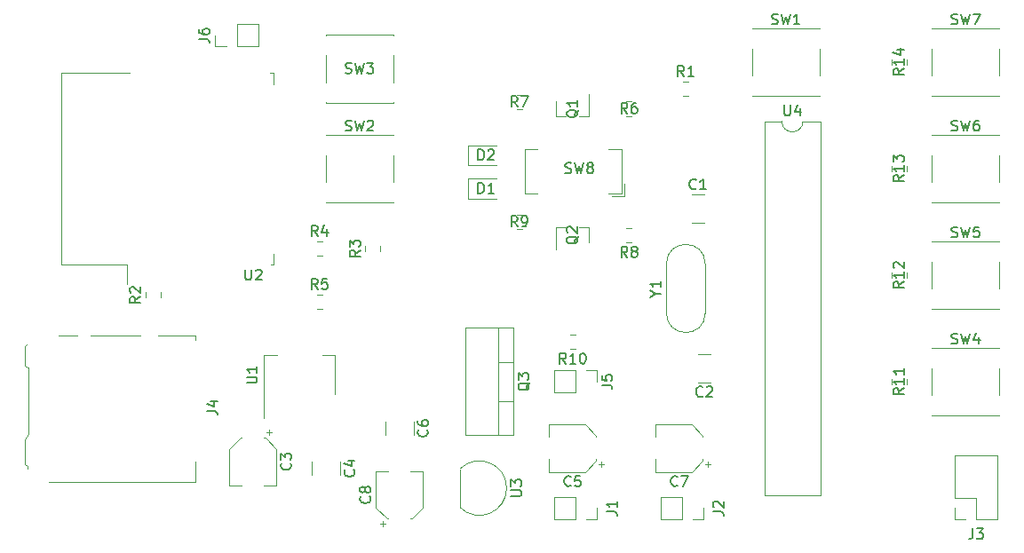
<source format=gbr>
%TF.GenerationSoftware,KiCad,Pcbnew,(5.1.6)-1*%
%TF.CreationDate,2020-08-22T17:33:05+07:00*%
%TF.ProjectId,PCB design,50434220-6465-4736-9967-6e2e6b696361,rev?*%
%TF.SameCoordinates,Original*%
%TF.FileFunction,Legend,Top*%
%TF.FilePolarity,Positive*%
%FSLAX46Y46*%
G04 Gerber Fmt 4.6, Leading zero omitted, Abs format (unit mm)*
G04 Created by KiCad (PCBNEW (5.1.6)-1) date 2020-08-22 17:33:05*
%MOMM*%
%LPD*%
G01*
G04 APERTURE LIST*
%ADD10C,0.120000*%
%ADD11C,0.100000*%
%ADD12C,0.150000*%
G04 APERTURE END LIST*
D10*
%TO.C,SW5*%
X133405000Y-136470000D02*
X133405000Y-136500000D01*
X133405000Y-142930000D02*
X133405000Y-142900000D01*
X126945000Y-142930000D02*
X126945000Y-142900000D01*
X126945000Y-136500000D02*
X126945000Y-136470000D01*
X133405000Y-138400000D02*
X133405000Y-141000000D01*
X126945000Y-136470000D02*
X133405000Y-136470000D01*
X126945000Y-138400000D02*
X126945000Y-141000000D01*
X126945000Y-142930000D02*
X133405000Y-142930000D01*
%TO.C,SW7*%
X133405000Y-116150000D02*
X133405000Y-116180000D01*
X133405000Y-122610000D02*
X133405000Y-122580000D01*
X126945000Y-122610000D02*
X126945000Y-122580000D01*
X126945000Y-116180000D02*
X126945000Y-116150000D01*
X133405000Y-118080000D02*
X133405000Y-120680000D01*
X126945000Y-116150000D02*
X133405000Y-116150000D01*
X126945000Y-118080000D02*
X126945000Y-120680000D01*
X126945000Y-122610000D02*
X133405000Y-122610000D01*
%TO.C,SW6*%
X133405000Y-126310000D02*
X133405000Y-126340000D01*
X133405000Y-132770000D02*
X133405000Y-132740000D01*
X126945000Y-132770000D02*
X126945000Y-132740000D01*
X126945000Y-126340000D02*
X126945000Y-126310000D01*
X133405000Y-128240000D02*
X133405000Y-130840000D01*
X126945000Y-126310000D02*
X133405000Y-126310000D01*
X126945000Y-128240000D02*
X126945000Y-130840000D01*
X126945000Y-132770000D02*
X133405000Y-132770000D01*
%TO.C,SW4*%
X133405000Y-146630000D02*
X133405000Y-146660000D01*
X133405000Y-153090000D02*
X133405000Y-153060000D01*
X126945000Y-153090000D02*
X126945000Y-153060000D01*
X126945000Y-146660000D02*
X126945000Y-146630000D01*
X133405000Y-148560000D02*
X133405000Y-151160000D01*
X126945000Y-146630000D02*
X133405000Y-146630000D01*
X126945000Y-148560000D02*
X126945000Y-151160000D01*
X126945000Y-153090000D02*
X133405000Y-153090000D01*
%TO.C,SW3*%
X75620000Y-116785000D02*
X75620000Y-116815000D01*
X75620000Y-123245000D02*
X75620000Y-123215000D01*
X69160000Y-123245000D02*
X69160000Y-123215000D01*
X69160000Y-116815000D02*
X69160000Y-116785000D01*
X75620000Y-118715000D02*
X75620000Y-121315000D01*
X69160000Y-116785000D02*
X75620000Y-116785000D01*
X69160000Y-118715000D02*
X69160000Y-121315000D01*
X69160000Y-123245000D02*
X75620000Y-123245000D01*
%TO.C,SW2*%
X75620000Y-126310000D02*
X75620000Y-126340000D01*
X75620000Y-132770000D02*
X75620000Y-132740000D01*
X69160000Y-132770000D02*
X69160000Y-132740000D01*
X69160000Y-126340000D02*
X69160000Y-126310000D01*
X75620000Y-128240000D02*
X75620000Y-130840000D01*
X69160000Y-126310000D02*
X75620000Y-126310000D01*
X69160000Y-128240000D02*
X69160000Y-130840000D01*
X69160000Y-132770000D02*
X75620000Y-132770000D01*
%TO.C,SW1*%
X116260000Y-116150000D02*
X116260000Y-116180000D01*
X116260000Y-122610000D02*
X116260000Y-122580000D01*
X109800000Y-122610000D02*
X109800000Y-122580000D01*
X109800000Y-116180000D02*
X109800000Y-116150000D01*
X116260000Y-118080000D02*
X116260000Y-120680000D01*
X109800000Y-116150000D02*
X116260000Y-116150000D01*
X109800000Y-118080000D02*
X109800000Y-120680000D01*
X109800000Y-122610000D02*
X116260000Y-122610000D01*
%TO.C,D2*%
X85455000Y-127310000D02*
X82770000Y-127310000D01*
X82770000Y-127310000D02*
X82770000Y-129230000D01*
X82770000Y-129230000D02*
X85455000Y-129230000D01*
%TO.C,D1*%
X85455000Y-130485000D02*
X82770000Y-130485000D01*
X82770000Y-130485000D02*
X82770000Y-132405000D01*
X82770000Y-132405000D02*
X85455000Y-132405000D01*
%TO.C,C8*%
X78460000Y-158395000D02*
X77260000Y-158395000D01*
X73940000Y-158395000D02*
X75140000Y-158395000D01*
X73940000Y-161850563D02*
X73940000Y-158395000D01*
X78460000Y-161850563D02*
X78460000Y-158395000D01*
X77395563Y-162915000D02*
X77260000Y-162915000D01*
X75004437Y-162915000D02*
X75140000Y-162915000D01*
X75004437Y-162915000D02*
X73940000Y-161850563D01*
X77395563Y-162915000D02*
X78460000Y-161850563D01*
X74640000Y-163655000D02*
X74640000Y-163155000D01*
X74390000Y-163405000D02*
X74890000Y-163405000D01*
%TO.C,C7*%
X100610000Y-153950000D02*
X100610000Y-155150000D01*
X100610000Y-158470000D02*
X100610000Y-157270000D01*
X104065563Y-158470000D02*
X100610000Y-158470000D01*
X104065563Y-153950000D02*
X100610000Y-153950000D01*
X105130000Y-155014437D02*
X105130000Y-155150000D01*
X105130000Y-157405563D02*
X105130000Y-157270000D01*
X105130000Y-157405563D02*
X104065563Y-158470000D01*
X105130000Y-155014437D02*
X104065563Y-153950000D01*
X105870000Y-157770000D02*
X105370000Y-157770000D01*
X105620000Y-158020000D02*
X105620000Y-157520000D01*
%TO.C,C5*%
X90450000Y-153950000D02*
X90450000Y-155150000D01*
X90450000Y-158470000D02*
X90450000Y-157270000D01*
X93905563Y-158470000D02*
X90450000Y-158470000D01*
X93905563Y-153950000D02*
X90450000Y-153950000D01*
X94970000Y-155014437D02*
X94970000Y-155150000D01*
X94970000Y-157405563D02*
X94970000Y-157270000D01*
X94970000Y-157405563D02*
X93905563Y-158470000D01*
X94970000Y-155014437D02*
X93905563Y-153950000D01*
X95710000Y-157770000D02*
X95210000Y-157770000D01*
X95460000Y-158020000D02*
X95460000Y-157520000D01*
%TO.C,C3*%
X59970000Y-159740000D02*
X61170000Y-159740000D01*
X64490000Y-159740000D02*
X63290000Y-159740000D01*
X64490000Y-156284437D02*
X64490000Y-159740000D01*
X59970000Y-156284437D02*
X59970000Y-159740000D01*
X61034437Y-155220000D02*
X61170000Y-155220000D01*
X63425563Y-155220000D02*
X63290000Y-155220000D01*
X63425563Y-155220000D02*
X64490000Y-156284437D01*
X61034437Y-155220000D02*
X59970000Y-156284437D01*
X63790000Y-154480000D02*
X63790000Y-154980000D01*
X64040000Y-154730000D02*
X63540000Y-154730000D01*
%TO.C,Y1*%
X105355000Y-138625000D02*
G75*
G03*
X101655000Y-138625000I-1850000J0D01*
G01*
X105355000Y-143325000D02*
G75*
G02*
X101655000Y-143325000I-1850000J0D01*
G01*
X101655000Y-143325000D02*
X101655000Y-138625000D01*
X105355000Y-143325000D02*
X105355000Y-138625000D01*
%TO.C,R14*%
X123115000Y-119638578D02*
X123115000Y-119121422D01*
X124535000Y-119638578D02*
X124535000Y-119121422D01*
%TO.C,R13*%
X123115000Y-129798578D02*
X123115000Y-129281422D01*
X124535000Y-129798578D02*
X124535000Y-129281422D01*
%TO.C,R12*%
X123115000Y-139958578D02*
X123115000Y-139441422D01*
X124535000Y-139958578D02*
X124535000Y-139441422D01*
%TO.C,R11*%
X123115000Y-150118578D02*
X123115000Y-149601422D01*
X124535000Y-150118578D02*
X124535000Y-149601422D01*
%TO.C,R10*%
X92968578Y-146760000D02*
X92451422Y-146760000D01*
X92968578Y-145340000D02*
X92451422Y-145340000D01*
%TO.C,R9*%
X87371422Y-133910000D02*
X87888578Y-133910000D01*
X87371422Y-135330000D02*
X87888578Y-135330000D01*
%TO.C,R8*%
X98351078Y-136600000D02*
X97833922Y-136600000D01*
X98351078Y-135180000D02*
X97833922Y-135180000D01*
%TO.C,R7*%
X87371422Y-122480000D02*
X87888578Y-122480000D01*
X87371422Y-123900000D02*
X87888578Y-123900000D01*
%TO.C,R6*%
X98351078Y-124535000D02*
X97833922Y-124535000D01*
X98351078Y-123115000D02*
X97833922Y-123115000D01*
%TO.C,R5*%
X68321422Y-141530000D02*
X68838578Y-141530000D01*
X68321422Y-142950000D02*
X68838578Y-142950000D01*
%TO.C,R4*%
X68321422Y-136450000D02*
X68838578Y-136450000D01*
X68321422Y-137870000D02*
X68838578Y-137870000D01*
%TO.C,R3*%
X72950000Y-137418578D02*
X72950000Y-136901422D01*
X74370000Y-137418578D02*
X74370000Y-136901422D01*
%TO.C,R2*%
X51995000Y-141863578D02*
X51995000Y-141346422D01*
X53415000Y-141863578D02*
X53415000Y-141346422D01*
%TO.C,R1*%
X103246422Y-121210000D02*
X103763578Y-121210000D01*
X103246422Y-122630000D02*
X103763578Y-122630000D01*
%TO.C,C6*%
X77560000Y-153702936D02*
X77560000Y-154907064D01*
X74840000Y-153702936D02*
X74840000Y-154907064D01*
%TO.C,C4*%
X70575000Y-157512936D02*
X70575000Y-158717064D01*
X67855000Y-157512936D02*
X67855000Y-158717064D01*
%TO.C,C2*%
X105882064Y-149950000D02*
X104677936Y-149950000D01*
X105882064Y-147230000D02*
X104677936Y-147230000D01*
%TO.C,C1*%
X104042936Y-131990000D02*
X105247064Y-131990000D01*
X104042936Y-134710000D02*
X105247064Y-134710000D01*
%TO.C,SW8*%
X97650000Y-132195000D02*
X97650000Y-130995000D01*
X96450000Y-132195000D02*
X97650000Y-132195000D01*
X88150000Y-127695000D02*
X89350000Y-127695000D01*
X88150000Y-131895000D02*
X88150000Y-127695000D01*
X89350000Y-131895000D02*
X88150000Y-131895000D01*
X97350000Y-127695000D02*
X96150000Y-127695000D01*
X97350000Y-131895000D02*
X97350000Y-127695000D01*
X96150000Y-131895000D02*
X97350000Y-131895000D01*
%TO.C,J6*%
X62750000Y-117900000D02*
X62750000Y-115780000D01*
X60690000Y-117900000D02*
X62750000Y-117900000D01*
X60690000Y-115780000D02*
X62750000Y-115780000D01*
X60690000Y-117900000D02*
X60690000Y-115780000D01*
X59690000Y-117900000D02*
X58630000Y-117900000D01*
X58630000Y-117900000D02*
X58630000Y-116840000D01*
%TO.C,Q3*%
X87090000Y-144740000D02*
X87090000Y-154980000D01*
X82449000Y-144740000D02*
X82449000Y-154980000D01*
X87090000Y-144740000D02*
X82449000Y-144740000D01*
X87090000Y-154980000D02*
X82449000Y-154980000D01*
X85580000Y-144740000D02*
X85580000Y-154980000D01*
X87090000Y-148010000D02*
X85580000Y-148010000D01*
X87090000Y-151711000D02*
X85580000Y-151711000D01*
%TO.C,Q2*%
X94290000Y-135130000D02*
X93360000Y-135130000D01*
X91130000Y-135130000D02*
X92060000Y-135130000D01*
X91130000Y-135130000D02*
X91130000Y-137290000D01*
X94290000Y-135130000D02*
X94290000Y-136590000D01*
%TO.C,Q1*%
X91130000Y-124585000D02*
X92060000Y-124585000D01*
X94290000Y-124585000D02*
X93360000Y-124585000D01*
X94290000Y-124585000D02*
X94290000Y-122425000D01*
X91130000Y-124585000D02*
X91130000Y-123125000D01*
%TO.C,J5*%
X90920000Y-148800000D02*
X90920000Y-150920000D01*
X92980000Y-148800000D02*
X90920000Y-148800000D01*
X92980000Y-150920000D02*
X90920000Y-150920000D01*
X92980000Y-148800000D02*
X92980000Y-150920000D01*
X93980000Y-148800000D02*
X95040000Y-148800000D01*
X95040000Y-148800000D02*
X95040000Y-149860000D01*
%TO.C,J4*%
X56780000Y-157475000D02*
X56780000Y-159395000D01*
X56780000Y-159395000D02*
X42770000Y-159395000D01*
X56780000Y-145875000D02*
X56780000Y-145425000D01*
X56780000Y-145425000D02*
X53170000Y-145425000D01*
X40510000Y-157715000D02*
X40510000Y-155405000D01*
X40510000Y-146455000D02*
X40510000Y-148315000D01*
X40510000Y-146455000D02*
X40710000Y-146255000D01*
X51470000Y-145425000D02*
X46770000Y-145425000D01*
X45470000Y-145425000D02*
X43670000Y-145425000D01*
X40860000Y-148525000D02*
X40860000Y-154895000D01*
X40860000Y-148525000D02*
X40710000Y-148525000D01*
X40510000Y-148315000D02*
X40710000Y-148525000D01*
X40510000Y-157715000D02*
X40710000Y-157915000D01*
X40710000Y-157915000D02*
X40710000Y-158175000D01*
X40510000Y-155405000D02*
X40860000Y-154895000D01*
%TO.C,J3*%
X130175000Y-162985000D02*
X129115000Y-162985000D01*
X129115000Y-162985000D02*
X129115000Y-161925000D01*
X131175000Y-162985000D02*
X131175000Y-160925000D01*
X131175000Y-160925000D02*
X129115000Y-160925000D01*
X129115000Y-160925000D02*
X129115000Y-156865000D01*
X133235000Y-156865000D02*
X129115000Y-156865000D01*
X133235000Y-162985000D02*
X133235000Y-156865000D01*
X133235000Y-162985000D02*
X131175000Y-162985000D01*
%TO.C,J2*%
X105200000Y-161925000D02*
X105200000Y-162985000D01*
X105200000Y-162985000D02*
X104140000Y-162985000D01*
X103140000Y-162985000D02*
X101080000Y-162985000D01*
X101080000Y-160865000D02*
X101080000Y-162985000D01*
X103140000Y-160865000D02*
X101080000Y-160865000D01*
X103140000Y-160865000D02*
X103140000Y-162985000D01*
%TO.C,J1*%
X95040000Y-161925000D02*
X95040000Y-162985000D01*
X95040000Y-162985000D02*
X93980000Y-162985000D01*
X92980000Y-162985000D02*
X90920000Y-162985000D01*
X90920000Y-160865000D02*
X90920000Y-162985000D01*
X92980000Y-160865000D02*
X90920000Y-160865000D01*
X92980000Y-160865000D02*
X92980000Y-162985000D01*
%TO.C,U3*%
X81970000Y-158220000D02*
X81970000Y-161820000D01*
X81981522Y-161858478D02*
G75*
G03*
X86420000Y-160020000I1838478J1838478D01*
G01*
X81981522Y-158181522D02*
G75*
G02*
X86420000Y-160020000I1838478J-1838478D01*
G01*
%TO.C,U1*%
X70085000Y-147315000D02*
X68825000Y-147315000D01*
X63265000Y-147315000D02*
X64525000Y-147315000D01*
X70085000Y-151075000D02*
X70085000Y-147315000D01*
X63265000Y-153325000D02*
X63265000Y-147315000D01*
%TO.C,U4*%
X116315000Y-125035000D02*
X114665000Y-125035000D01*
X116315000Y-160715000D02*
X116315000Y-125035000D01*
X111015000Y-160715000D02*
X116315000Y-160715000D01*
X111015000Y-125035000D02*
X111015000Y-160715000D01*
X112665000Y-125035000D02*
X111015000Y-125035000D01*
X114665000Y-125035000D02*
G75*
G02*
X112665000Y-125035000I-1000000J0D01*
G01*
D11*
%TO.C,U2*%
X50250000Y-138660000D02*
X50250000Y-140540000D01*
X43930000Y-138660000D02*
X50250000Y-138660000D01*
X43930000Y-120420000D02*
X50450000Y-120420000D01*
X43930000Y-138660000D02*
X43930000Y-120420000D01*
X64170000Y-121540000D02*
X64170000Y-120420000D01*
X63850000Y-120420000D02*
X64150000Y-120420000D01*
X64170000Y-138660000D02*
X64170000Y-137640000D01*
X63950000Y-138660000D02*
X64170000Y-138660000D01*
%TO.C,SW5*%
D12*
X128841666Y-136054761D02*
X128984523Y-136102380D01*
X129222619Y-136102380D01*
X129317857Y-136054761D01*
X129365476Y-136007142D01*
X129413095Y-135911904D01*
X129413095Y-135816666D01*
X129365476Y-135721428D01*
X129317857Y-135673809D01*
X129222619Y-135626190D01*
X129032142Y-135578571D01*
X128936904Y-135530952D01*
X128889285Y-135483333D01*
X128841666Y-135388095D01*
X128841666Y-135292857D01*
X128889285Y-135197619D01*
X128936904Y-135150000D01*
X129032142Y-135102380D01*
X129270238Y-135102380D01*
X129413095Y-135150000D01*
X129746428Y-135102380D02*
X129984523Y-136102380D01*
X130175000Y-135388095D01*
X130365476Y-136102380D01*
X130603571Y-135102380D01*
X131460714Y-135102380D02*
X130984523Y-135102380D01*
X130936904Y-135578571D01*
X130984523Y-135530952D01*
X131079761Y-135483333D01*
X131317857Y-135483333D01*
X131413095Y-135530952D01*
X131460714Y-135578571D01*
X131508333Y-135673809D01*
X131508333Y-135911904D01*
X131460714Y-136007142D01*
X131413095Y-136054761D01*
X131317857Y-136102380D01*
X131079761Y-136102380D01*
X130984523Y-136054761D01*
X130936904Y-136007142D01*
%TO.C,SW7*%
X128841666Y-115734761D02*
X128984523Y-115782380D01*
X129222619Y-115782380D01*
X129317857Y-115734761D01*
X129365476Y-115687142D01*
X129413095Y-115591904D01*
X129413095Y-115496666D01*
X129365476Y-115401428D01*
X129317857Y-115353809D01*
X129222619Y-115306190D01*
X129032142Y-115258571D01*
X128936904Y-115210952D01*
X128889285Y-115163333D01*
X128841666Y-115068095D01*
X128841666Y-114972857D01*
X128889285Y-114877619D01*
X128936904Y-114830000D01*
X129032142Y-114782380D01*
X129270238Y-114782380D01*
X129413095Y-114830000D01*
X129746428Y-114782380D02*
X129984523Y-115782380D01*
X130175000Y-115068095D01*
X130365476Y-115782380D01*
X130603571Y-114782380D01*
X130889285Y-114782380D02*
X131555952Y-114782380D01*
X131127380Y-115782380D01*
%TO.C,SW6*%
X128841666Y-125894761D02*
X128984523Y-125942380D01*
X129222619Y-125942380D01*
X129317857Y-125894761D01*
X129365476Y-125847142D01*
X129413095Y-125751904D01*
X129413095Y-125656666D01*
X129365476Y-125561428D01*
X129317857Y-125513809D01*
X129222619Y-125466190D01*
X129032142Y-125418571D01*
X128936904Y-125370952D01*
X128889285Y-125323333D01*
X128841666Y-125228095D01*
X128841666Y-125132857D01*
X128889285Y-125037619D01*
X128936904Y-124990000D01*
X129032142Y-124942380D01*
X129270238Y-124942380D01*
X129413095Y-124990000D01*
X129746428Y-124942380D02*
X129984523Y-125942380D01*
X130175000Y-125228095D01*
X130365476Y-125942380D01*
X130603571Y-124942380D01*
X131413095Y-124942380D02*
X131222619Y-124942380D01*
X131127380Y-124990000D01*
X131079761Y-125037619D01*
X130984523Y-125180476D01*
X130936904Y-125370952D01*
X130936904Y-125751904D01*
X130984523Y-125847142D01*
X131032142Y-125894761D01*
X131127380Y-125942380D01*
X131317857Y-125942380D01*
X131413095Y-125894761D01*
X131460714Y-125847142D01*
X131508333Y-125751904D01*
X131508333Y-125513809D01*
X131460714Y-125418571D01*
X131413095Y-125370952D01*
X131317857Y-125323333D01*
X131127380Y-125323333D01*
X131032142Y-125370952D01*
X130984523Y-125418571D01*
X130936904Y-125513809D01*
%TO.C,SW4*%
X128841666Y-146214761D02*
X128984523Y-146262380D01*
X129222619Y-146262380D01*
X129317857Y-146214761D01*
X129365476Y-146167142D01*
X129413095Y-146071904D01*
X129413095Y-145976666D01*
X129365476Y-145881428D01*
X129317857Y-145833809D01*
X129222619Y-145786190D01*
X129032142Y-145738571D01*
X128936904Y-145690952D01*
X128889285Y-145643333D01*
X128841666Y-145548095D01*
X128841666Y-145452857D01*
X128889285Y-145357619D01*
X128936904Y-145310000D01*
X129032142Y-145262380D01*
X129270238Y-145262380D01*
X129413095Y-145310000D01*
X129746428Y-145262380D02*
X129984523Y-146262380D01*
X130175000Y-145548095D01*
X130365476Y-146262380D01*
X130603571Y-145262380D01*
X131413095Y-145595714D02*
X131413095Y-146262380D01*
X131175000Y-145214761D02*
X130936904Y-145929047D01*
X131555952Y-145929047D01*
%TO.C,SW3*%
X71056666Y-120419761D02*
X71199523Y-120467380D01*
X71437619Y-120467380D01*
X71532857Y-120419761D01*
X71580476Y-120372142D01*
X71628095Y-120276904D01*
X71628095Y-120181666D01*
X71580476Y-120086428D01*
X71532857Y-120038809D01*
X71437619Y-119991190D01*
X71247142Y-119943571D01*
X71151904Y-119895952D01*
X71104285Y-119848333D01*
X71056666Y-119753095D01*
X71056666Y-119657857D01*
X71104285Y-119562619D01*
X71151904Y-119515000D01*
X71247142Y-119467380D01*
X71485238Y-119467380D01*
X71628095Y-119515000D01*
X71961428Y-119467380D02*
X72199523Y-120467380D01*
X72390000Y-119753095D01*
X72580476Y-120467380D01*
X72818571Y-119467380D01*
X73104285Y-119467380D02*
X73723333Y-119467380D01*
X73390000Y-119848333D01*
X73532857Y-119848333D01*
X73628095Y-119895952D01*
X73675714Y-119943571D01*
X73723333Y-120038809D01*
X73723333Y-120276904D01*
X73675714Y-120372142D01*
X73628095Y-120419761D01*
X73532857Y-120467380D01*
X73247142Y-120467380D01*
X73151904Y-120419761D01*
X73104285Y-120372142D01*
%TO.C,SW2*%
X71056666Y-125894761D02*
X71199523Y-125942380D01*
X71437619Y-125942380D01*
X71532857Y-125894761D01*
X71580476Y-125847142D01*
X71628095Y-125751904D01*
X71628095Y-125656666D01*
X71580476Y-125561428D01*
X71532857Y-125513809D01*
X71437619Y-125466190D01*
X71247142Y-125418571D01*
X71151904Y-125370952D01*
X71104285Y-125323333D01*
X71056666Y-125228095D01*
X71056666Y-125132857D01*
X71104285Y-125037619D01*
X71151904Y-124990000D01*
X71247142Y-124942380D01*
X71485238Y-124942380D01*
X71628095Y-124990000D01*
X71961428Y-124942380D02*
X72199523Y-125942380D01*
X72390000Y-125228095D01*
X72580476Y-125942380D01*
X72818571Y-124942380D01*
X73151904Y-125037619D02*
X73199523Y-124990000D01*
X73294761Y-124942380D01*
X73532857Y-124942380D01*
X73628095Y-124990000D01*
X73675714Y-125037619D01*
X73723333Y-125132857D01*
X73723333Y-125228095D01*
X73675714Y-125370952D01*
X73104285Y-125942380D01*
X73723333Y-125942380D01*
%TO.C,SW1*%
X111696666Y-115734761D02*
X111839523Y-115782380D01*
X112077619Y-115782380D01*
X112172857Y-115734761D01*
X112220476Y-115687142D01*
X112268095Y-115591904D01*
X112268095Y-115496666D01*
X112220476Y-115401428D01*
X112172857Y-115353809D01*
X112077619Y-115306190D01*
X111887142Y-115258571D01*
X111791904Y-115210952D01*
X111744285Y-115163333D01*
X111696666Y-115068095D01*
X111696666Y-114972857D01*
X111744285Y-114877619D01*
X111791904Y-114830000D01*
X111887142Y-114782380D01*
X112125238Y-114782380D01*
X112268095Y-114830000D01*
X112601428Y-114782380D02*
X112839523Y-115782380D01*
X113030000Y-115068095D01*
X113220476Y-115782380D01*
X113458571Y-114782380D01*
X114363333Y-115782380D02*
X113791904Y-115782380D01*
X114077619Y-115782380D02*
X114077619Y-114782380D01*
X113982380Y-114925238D01*
X113887142Y-115020476D01*
X113791904Y-115068095D01*
%TO.C,D2*%
X83716904Y-128722380D02*
X83716904Y-127722380D01*
X83955000Y-127722380D01*
X84097857Y-127770000D01*
X84193095Y-127865238D01*
X84240714Y-127960476D01*
X84288333Y-128150952D01*
X84288333Y-128293809D01*
X84240714Y-128484285D01*
X84193095Y-128579523D01*
X84097857Y-128674761D01*
X83955000Y-128722380D01*
X83716904Y-128722380D01*
X84669285Y-127817619D02*
X84716904Y-127770000D01*
X84812142Y-127722380D01*
X85050238Y-127722380D01*
X85145476Y-127770000D01*
X85193095Y-127817619D01*
X85240714Y-127912857D01*
X85240714Y-128008095D01*
X85193095Y-128150952D01*
X84621666Y-128722380D01*
X85240714Y-128722380D01*
%TO.C,D1*%
X83716904Y-131897380D02*
X83716904Y-130897380D01*
X83955000Y-130897380D01*
X84097857Y-130945000D01*
X84193095Y-131040238D01*
X84240714Y-131135476D01*
X84288333Y-131325952D01*
X84288333Y-131468809D01*
X84240714Y-131659285D01*
X84193095Y-131754523D01*
X84097857Y-131849761D01*
X83955000Y-131897380D01*
X83716904Y-131897380D01*
X85240714Y-131897380D02*
X84669285Y-131897380D01*
X84955000Y-131897380D02*
X84955000Y-130897380D01*
X84859761Y-131040238D01*
X84764523Y-131135476D01*
X84669285Y-131183095D01*
%TO.C,C8*%
X73357142Y-160821666D02*
X73404761Y-160869285D01*
X73452380Y-161012142D01*
X73452380Y-161107380D01*
X73404761Y-161250238D01*
X73309523Y-161345476D01*
X73214285Y-161393095D01*
X73023809Y-161440714D01*
X72880952Y-161440714D01*
X72690476Y-161393095D01*
X72595238Y-161345476D01*
X72500000Y-161250238D01*
X72452380Y-161107380D01*
X72452380Y-161012142D01*
X72500000Y-160869285D01*
X72547619Y-160821666D01*
X72880952Y-160250238D02*
X72833333Y-160345476D01*
X72785714Y-160393095D01*
X72690476Y-160440714D01*
X72642857Y-160440714D01*
X72547619Y-160393095D01*
X72500000Y-160345476D01*
X72452380Y-160250238D01*
X72452380Y-160059761D01*
X72500000Y-159964523D01*
X72547619Y-159916904D01*
X72642857Y-159869285D01*
X72690476Y-159869285D01*
X72785714Y-159916904D01*
X72833333Y-159964523D01*
X72880952Y-160059761D01*
X72880952Y-160250238D01*
X72928571Y-160345476D01*
X72976190Y-160393095D01*
X73071428Y-160440714D01*
X73261904Y-160440714D01*
X73357142Y-160393095D01*
X73404761Y-160345476D01*
X73452380Y-160250238D01*
X73452380Y-160059761D01*
X73404761Y-159964523D01*
X73357142Y-159916904D01*
X73261904Y-159869285D01*
X73071428Y-159869285D01*
X72976190Y-159916904D01*
X72928571Y-159964523D01*
X72880952Y-160059761D01*
%TO.C,C7*%
X102703333Y-159767142D02*
X102655714Y-159814761D01*
X102512857Y-159862380D01*
X102417619Y-159862380D01*
X102274761Y-159814761D01*
X102179523Y-159719523D01*
X102131904Y-159624285D01*
X102084285Y-159433809D01*
X102084285Y-159290952D01*
X102131904Y-159100476D01*
X102179523Y-159005238D01*
X102274761Y-158910000D01*
X102417619Y-158862380D01*
X102512857Y-158862380D01*
X102655714Y-158910000D01*
X102703333Y-158957619D01*
X103036666Y-158862380D02*
X103703333Y-158862380D01*
X103274761Y-159862380D01*
%TO.C,C5*%
X92543333Y-159767142D02*
X92495714Y-159814761D01*
X92352857Y-159862380D01*
X92257619Y-159862380D01*
X92114761Y-159814761D01*
X92019523Y-159719523D01*
X91971904Y-159624285D01*
X91924285Y-159433809D01*
X91924285Y-159290952D01*
X91971904Y-159100476D01*
X92019523Y-159005238D01*
X92114761Y-158910000D01*
X92257619Y-158862380D01*
X92352857Y-158862380D01*
X92495714Y-158910000D01*
X92543333Y-158957619D01*
X93448095Y-158862380D02*
X92971904Y-158862380D01*
X92924285Y-159338571D01*
X92971904Y-159290952D01*
X93067142Y-159243333D01*
X93305238Y-159243333D01*
X93400476Y-159290952D01*
X93448095Y-159338571D01*
X93495714Y-159433809D01*
X93495714Y-159671904D01*
X93448095Y-159767142D01*
X93400476Y-159814761D01*
X93305238Y-159862380D01*
X93067142Y-159862380D01*
X92971904Y-159814761D01*
X92924285Y-159767142D01*
%TO.C,C3*%
X65787142Y-157646666D02*
X65834761Y-157694285D01*
X65882380Y-157837142D01*
X65882380Y-157932380D01*
X65834761Y-158075238D01*
X65739523Y-158170476D01*
X65644285Y-158218095D01*
X65453809Y-158265714D01*
X65310952Y-158265714D01*
X65120476Y-158218095D01*
X65025238Y-158170476D01*
X64930000Y-158075238D01*
X64882380Y-157932380D01*
X64882380Y-157837142D01*
X64930000Y-157694285D01*
X64977619Y-157646666D01*
X64882380Y-157313333D02*
X64882380Y-156694285D01*
X65263333Y-157027619D01*
X65263333Y-156884761D01*
X65310952Y-156789523D01*
X65358571Y-156741904D01*
X65453809Y-156694285D01*
X65691904Y-156694285D01*
X65787142Y-156741904D01*
X65834761Y-156789523D01*
X65882380Y-156884761D01*
X65882380Y-157170476D01*
X65834761Y-157265714D01*
X65787142Y-157313333D01*
%TO.C,Y1*%
X100631190Y-141451190D02*
X101107380Y-141451190D01*
X100107380Y-141784523D02*
X100631190Y-141451190D01*
X100107380Y-141117857D01*
X101107380Y-140260714D02*
X101107380Y-140832142D01*
X101107380Y-140546428D02*
X100107380Y-140546428D01*
X100250238Y-140641666D01*
X100345476Y-140736904D01*
X100393095Y-140832142D01*
%TO.C,R14*%
X124277380Y-120022857D02*
X123801190Y-120356190D01*
X124277380Y-120594285D02*
X123277380Y-120594285D01*
X123277380Y-120213333D01*
X123325000Y-120118095D01*
X123372619Y-120070476D01*
X123467857Y-120022857D01*
X123610714Y-120022857D01*
X123705952Y-120070476D01*
X123753571Y-120118095D01*
X123801190Y-120213333D01*
X123801190Y-120594285D01*
X124277380Y-119070476D02*
X124277380Y-119641904D01*
X124277380Y-119356190D02*
X123277380Y-119356190D01*
X123420238Y-119451428D01*
X123515476Y-119546666D01*
X123563095Y-119641904D01*
X123610714Y-118213333D02*
X124277380Y-118213333D01*
X123229761Y-118451428D02*
X123944047Y-118689523D01*
X123944047Y-118070476D01*
%TO.C,R13*%
X124277380Y-130182857D02*
X123801190Y-130516190D01*
X124277380Y-130754285D02*
X123277380Y-130754285D01*
X123277380Y-130373333D01*
X123325000Y-130278095D01*
X123372619Y-130230476D01*
X123467857Y-130182857D01*
X123610714Y-130182857D01*
X123705952Y-130230476D01*
X123753571Y-130278095D01*
X123801190Y-130373333D01*
X123801190Y-130754285D01*
X124277380Y-129230476D02*
X124277380Y-129801904D01*
X124277380Y-129516190D02*
X123277380Y-129516190D01*
X123420238Y-129611428D01*
X123515476Y-129706666D01*
X123563095Y-129801904D01*
X123277380Y-128897142D02*
X123277380Y-128278095D01*
X123658333Y-128611428D01*
X123658333Y-128468571D01*
X123705952Y-128373333D01*
X123753571Y-128325714D01*
X123848809Y-128278095D01*
X124086904Y-128278095D01*
X124182142Y-128325714D01*
X124229761Y-128373333D01*
X124277380Y-128468571D01*
X124277380Y-128754285D01*
X124229761Y-128849523D01*
X124182142Y-128897142D01*
%TO.C,R12*%
X124277380Y-140342857D02*
X123801190Y-140676190D01*
X124277380Y-140914285D02*
X123277380Y-140914285D01*
X123277380Y-140533333D01*
X123325000Y-140438095D01*
X123372619Y-140390476D01*
X123467857Y-140342857D01*
X123610714Y-140342857D01*
X123705952Y-140390476D01*
X123753571Y-140438095D01*
X123801190Y-140533333D01*
X123801190Y-140914285D01*
X124277380Y-139390476D02*
X124277380Y-139961904D01*
X124277380Y-139676190D02*
X123277380Y-139676190D01*
X123420238Y-139771428D01*
X123515476Y-139866666D01*
X123563095Y-139961904D01*
X123372619Y-139009523D02*
X123325000Y-138961904D01*
X123277380Y-138866666D01*
X123277380Y-138628571D01*
X123325000Y-138533333D01*
X123372619Y-138485714D01*
X123467857Y-138438095D01*
X123563095Y-138438095D01*
X123705952Y-138485714D01*
X124277380Y-139057142D01*
X124277380Y-138438095D01*
%TO.C,R11*%
X124277380Y-150502857D02*
X123801190Y-150836190D01*
X124277380Y-151074285D02*
X123277380Y-151074285D01*
X123277380Y-150693333D01*
X123325000Y-150598095D01*
X123372619Y-150550476D01*
X123467857Y-150502857D01*
X123610714Y-150502857D01*
X123705952Y-150550476D01*
X123753571Y-150598095D01*
X123801190Y-150693333D01*
X123801190Y-151074285D01*
X124277380Y-149550476D02*
X124277380Y-150121904D01*
X124277380Y-149836190D02*
X123277380Y-149836190D01*
X123420238Y-149931428D01*
X123515476Y-150026666D01*
X123563095Y-150121904D01*
X124277380Y-148598095D02*
X124277380Y-149169523D01*
X124277380Y-148883809D02*
X123277380Y-148883809D01*
X123420238Y-148979047D01*
X123515476Y-149074285D01*
X123563095Y-149169523D01*
%TO.C,R10*%
X92067142Y-148152380D02*
X91733809Y-147676190D01*
X91495714Y-148152380D02*
X91495714Y-147152380D01*
X91876666Y-147152380D01*
X91971904Y-147200000D01*
X92019523Y-147247619D01*
X92067142Y-147342857D01*
X92067142Y-147485714D01*
X92019523Y-147580952D01*
X91971904Y-147628571D01*
X91876666Y-147676190D01*
X91495714Y-147676190D01*
X93019523Y-148152380D02*
X92448095Y-148152380D01*
X92733809Y-148152380D02*
X92733809Y-147152380D01*
X92638571Y-147295238D01*
X92543333Y-147390476D01*
X92448095Y-147438095D01*
X93638571Y-147152380D02*
X93733809Y-147152380D01*
X93829047Y-147200000D01*
X93876666Y-147247619D01*
X93924285Y-147342857D01*
X93971904Y-147533333D01*
X93971904Y-147771428D01*
X93924285Y-147961904D01*
X93876666Y-148057142D01*
X93829047Y-148104761D01*
X93733809Y-148152380D01*
X93638571Y-148152380D01*
X93543333Y-148104761D01*
X93495714Y-148057142D01*
X93448095Y-147961904D01*
X93400476Y-147771428D01*
X93400476Y-147533333D01*
X93448095Y-147342857D01*
X93495714Y-147247619D01*
X93543333Y-147200000D01*
X93638571Y-147152380D01*
%TO.C,R9*%
X87463333Y-135072380D02*
X87130000Y-134596190D01*
X86891904Y-135072380D02*
X86891904Y-134072380D01*
X87272857Y-134072380D01*
X87368095Y-134120000D01*
X87415714Y-134167619D01*
X87463333Y-134262857D01*
X87463333Y-134405714D01*
X87415714Y-134500952D01*
X87368095Y-134548571D01*
X87272857Y-134596190D01*
X86891904Y-134596190D01*
X87939523Y-135072380D02*
X88130000Y-135072380D01*
X88225238Y-135024761D01*
X88272857Y-134977142D01*
X88368095Y-134834285D01*
X88415714Y-134643809D01*
X88415714Y-134262857D01*
X88368095Y-134167619D01*
X88320476Y-134120000D01*
X88225238Y-134072380D01*
X88034761Y-134072380D01*
X87939523Y-134120000D01*
X87891904Y-134167619D01*
X87844285Y-134262857D01*
X87844285Y-134500952D01*
X87891904Y-134596190D01*
X87939523Y-134643809D01*
X88034761Y-134691428D01*
X88225238Y-134691428D01*
X88320476Y-134643809D01*
X88368095Y-134596190D01*
X88415714Y-134500952D01*
%TO.C,R8*%
X97925833Y-137992380D02*
X97592500Y-137516190D01*
X97354404Y-137992380D02*
X97354404Y-136992380D01*
X97735357Y-136992380D01*
X97830595Y-137040000D01*
X97878214Y-137087619D01*
X97925833Y-137182857D01*
X97925833Y-137325714D01*
X97878214Y-137420952D01*
X97830595Y-137468571D01*
X97735357Y-137516190D01*
X97354404Y-137516190D01*
X98497261Y-137420952D02*
X98402023Y-137373333D01*
X98354404Y-137325714D01*
X98306785Y-137230476D01*
X98306785Y-137182857D01*
X98354404Y-137087619D01*
X98402023Y-137040000D01*
X98497261Y-136992380D01*
X98687738Y-136992380D01*
X98782976Y-137040000D01*
X98830595Y-137087619D01*
X98878214Y-137182857D01*
X98878214Y-137230476D01*
X98830595Y-137325714D01*
X98782976Y-137373333D01*
X98687738Y-137420952D01*
X98497261Y-137420952D01*
X98402023Y-137468571D01*
X98354404Y-137516190D01*
X98306785Y-137611428D01*
X98306785Y-137801904D01*
X98354404Y-137897142D01*
X98402023Y-137944761D01*
X98497261Y-137992380D01*
X98687738Y-137992380D01*
X98782976Y-137944761D01*
X98830595Y-137897142D01*
X98878214Y-137801904D01*
X98878214Y-137611428D01*
X98830595Y-137516190D01*
X98782976Y-137468571D01*
X98687738Y-137420952D01*
%TO.C,R7*%
X87463333Y-123642380D02*
X87130000Y-123166190D01*
X86891904Y-123642380D02*
X86891904Y-122642380D01*
X87272857Y-122642380D01*
X87368095Y-122690000D01*
X87415714Y-122737619D01*
X87463333Y-122832857D01*
X87463333Y-122975714D01*
X87415714Y-123070952D01*
X87368095Y-123118571D01*
X87272857Y-123166190D01*
X86891904Y-123166190D01*
X87796666Y-122642380D02*
X88463333Y-122642380D01*
X88034761Y-123642380D01*
%TO.C,R6*%
X97925833Y-124277380D02*
X97592500Y-123801190D01*
X97354404Y-124277380D02*
X97354404Y-123277380D01*
X97735357Y-123277380D01*
X97830595Y-123325000D01*
X97878214Y-123372619D01*
X97925833Y-123467857D01*
X97925833Y-123610714D01*
X97878214Y-123705952D01*
X97830595Y-123753571D01*
X97735357Y-123801190D01*
X97354404Y-123801190D01*
X98782976Y-123277380D02*
X98592500Y-123277380D01*
X98497261Y-123325000D01*
X98449642Y-123372619D01*
X98354404Y-123515476D01*
X98306785Y-123705952D01*
X98306785Y-124086904D01*
X98354404Y-124182142D01*
X98402023Y-124229761D01*
X98497261Y-124277380D01*
X98687738Y-124277380D01*
X98782976Y-124229761D01*
X98830595Y-124182142D01*
X98878214Y-124086904D01*
X98878214Y-123848809D01*
X98830595Y-123753571D01*
X98782976Y-123705952D01*
X98687738Y-123658333D01*
X98497261Y-123658333D01*
X98402023Y-123705952D01*
X98354404Y-123753571D01*
X98306785Y-123848809D01*
%TO.C,R5*%
X68413333Y-141042380D02*
X68080000Y-140566190D01*
X67841904Y-141042380D02*
X67841904Y-140042380D01*
X68222857Y-140042380D01*
X68318095Y-140090000D01*
X68365714Y-140137619D01*
X68413333Y-140232857D01*
X68413333Y-140375714D01*
X68365714Y-140470952D01*
X68318095Y-140518571D01*
X68222857Y-140566190D01*
X67841904Y-140566190D01*
X69318095Y-140042380D02*
X68841904Y-140042380D01*
X68794285Y-140518571D01*
X68841904Y-140470952D01*
X68937142Y-140423333D01*
X69175238Y-140423333D01*
X69270476Y-140470952D01*
X69318095Y-140518571D01*
X69365714Y-140613809D01*
X69365714Y-140851904D01*
X69318095Y-140947142D01*
X69270476Y-140994761D01*
X69175238Y-141042380D01*
X68937142Y-141042380D01*
X68841904Y-140994761D01*
X68794285Y-140947142D01*
%TO.C,R4*%
X68413333Y-135962380D02*
X68080000Y-135486190D01*
X67841904Y-135962380D02*
X67841904Y-134962380D01*
X68222857Y-134962380D01*
X68318095Y-135010000D01*
X68365714Y-135057619D01*
X68413333Y-135152857D01*
X68413333Y-135295714D01*
X68365714Y-135390952D01*
X68318095Y-135438571D01*
X68222857Y-135486190D01*
X67841904Y-135486190D01*
X69270476Y-135295714D02*
X69270476Y-135962380D01*
X69032380Y-134914761D02*
X68794285Y-135629047D01*
X69413333Y-135629047D01*
%TO.C,R3*%
X72462380Y-137326666D02*
X71986190Y-137660000D01*
X72462380Y-137898095D02*
X71462380Y-137898095D01*
X71462380Y-137517142D01*
X71510000Y-137421904D01*
X71557619Y-137374285D01*
X71652857Y-137326666D01*
X71795714Y-137326666D01*
X71890952Y-137374285D01*
X71938571Y-137421904D01*
X71986190Y-137517142D01*
X71986190Y-137898095D01*
X71462380Y-136993333D02*
X71462380Y-136374285D01*
X71843333Y-136707619D01*
X71843333Y-136564761D01*
X71890952Y-136469523D01*
X71938571Y-136421904D01*
X72033809Y-136374285D01*
X72271904Y-136374285D01*
X72367142Y-136421904D01*
X72414761Y-136469523D01*
X72462380Y-136564761D01*
X72462380Y-136850476D01*
X72414761Y-136945714D01*
X72367142Y-136993333D01*
%TO.C,R2*%
X51507380Y-141771666D02*
X51031190Y-142105000D01*
X51507380Y-142343095D02*
X50507380Y-142343095D01*
X50507380Y-141962142D01*
X50555000Y-141866904D01*
X50602619Y-141819285D01*
X50697857Y-141771666D01*
X50840714Y-141771666D01*
X50935952Y-141819285D01*
X50983571Y-141866904D01*
X51031190Y-141962142D01*
X51031190Y-142343095D01*
X50602619Y-141390714D02*
X50555000Y-141343095D01*
X50507380Y-141247857D01*
X50507380Y-141009761D01*
X50555000Y-140914523D01*
X50602619Y-140866904D01*
X50697857Y-140819285D01*
X50793095Y-140819285D01*
X50935952Y-140866904D01*
X51507380Y-141438333D01*
X51507380Y-140819285D01*
%TO.C,R1*%
X103338333Y-120722380D02*
X103005000Y-120246190D01*
X102766904Y-120722380D02*
X102766904Y-119722380D01*
X103147857Y-119722380D01*
X103243095Y-119770000D01*
X103290714Y-119817619D01*
X103338333Y-119912857D01*
X103338333Y-120055714D01*
X103290714Y-120150952D01*
X103243095Y-120198571D01*
X103147857Y-120246190D01*
X102766904Y-120246190D01*
X104290714Y-120722380D02*
X103719285Y-120722380D01*
X104005000Y-120722380D02*
X104005000Y-119722380D01*
X103909761Y-119865238D01*
X103814523Y-119960476D01*
X103719285Y-120008095D01*
%TO.C,C6*%
X78837142Y-154471666D02*
X78884761Y-154519285D01*
X78932380Y-154662142D01*
X78932380Y-154757380D01*
X78884761Y-154900238D01*
X78789523Y-154995476D01*
X78694285Y-155043095D01*
X78503809Y-155090714D01*
X78360952Y-155090714D01*
X78170476Y-155043095D01*
X78075238Y-154995476D01*
X77980000Y-154900238D01*
X77932380Y-154757380D01*
X77932380Y-154662142D01*
X77980000Y-154519285D01*
X78027619Y-154471666D01*
X77932380Y-153614523D02*
X77932380Y-153805000D01*
X77980000Y-153900238D01*
X78027619Y-153947857D01*
X78170476Y-154043095D01*
X78360952Y-154090714D01*
X78741904Y-154090714D01*
X78837142Y-154043095D01*
X78884761Y-153995476D01*
X78932380Y-153900238D01*
X78932380Y-153709761D01*
X78884761Y-153614523D01*
X78837142Y-153566904D01*
X78741904Y-153519285D01*
X78503809Y-153519285D01*
X78408571Y-153566904D01*
X78360952Y-153614523D01*
X78313333Y-153709761D01*
X78313333Y-153900238D01*
X78360952Y-153995476D01*
X78408571Y-154043095D01*
X78503809Y-154090714D01*
%TO.C,C4*%
X71852142Y-158281666D02*
X71899761Y-158329285D01*
X71947380Y-158472142D01*
X71947380Y-158567380D01*
X71899761Y-158710238D01*
X71804523Y-158805476D01*
X71709285Y-158853095D01*
X71518809Y-158900714D01*
X71375952Y-158900714D01*
X71185476Y-158853095D01*
X71090238Y-158805476D01*
X70995000Y-158710238D01*
X70947380Y-158567380D01*
X70947380Y-158472142D01*
X70995000Y-158329285D01*
X71042619Y-158281666D01*
X71280714Y-157424523D02*
X71947380Y-157424523D01*
X70899761Y-157662619D02*
X71614047Y-157900714D01*
X71614047Y-157281666D01*
%TO.C,C2*%
X105113333Y-151227142D02*
X105065714Y-151274761D01*
X104922857Y-151322380D01*
X104827619Y-151322380D01*
X104684761Y-151274761D01*
X104589523Y-151179523D01*
X104541904Y-151084285D01*
X104494285Y-150893809D01*
X104494285Y-150750952D01*
X104541904Y-150560476D01*
X104589523Y-150465238D01*
X104684761Y-150370000D01*
X104827619Y-150322380D01*
X104922857Y-150322380D01*
X105065714Y-150370000D01*
X105113333Y-150417619D01*
X105494285Y-150417619D02*
X105541904Y-150370000D01*
X105637142Y-150322380D01*
X105875238Y-150322380D01*
X105970476Y-150370000D01*
X106018095Y-150417619D01*
X106065714Y-150512857D01*
X106065714Y-150608095D01*
X106018095Y-150750952D01*
X105446666Y-151322380D01*
X106065714Y-151322380D01*
%TO.C,C1*%
X104478333Y-131427142D02*
X104430714Y-131474761D01*
X104287857Y-131522380D01*
X104192619Y-131522380D01*
X104049761Y-131474761D01*
X103954523Y-131379523D01*
X103906904Y-131284285D01*
X103859285Y-131093809D01*
X103859285Y-130950952D01*
X103906904Y-130760476D01*
X103954523Y-130665238D01*
X104049761Y-130570000D01*
X104192619Y-130522380D01*
X104287857Y-130522380D01*
X104430714Y-130570000D01*
X104478333Y-130617619D01*
X105430714Y-131522380D02*
X104859285Y-131522380D01*
X105145000Y-131522380D02*
X105145000Y-130522380D01*
X105049761Y-130665238D01*
X104954523Y-130760476D01*
X104859285Y-130808095D01*
%TO.C,SW8*%
X92011666Y-129944761D02*
X92154523Y-129992380D01*
X92392619Y-129992380D01*
X92487857Y-129944761D01*
X92535476Y-129897142D01*
X92583095Y-129801904D01*
X92583095Y-129706666D01*
X92535476Y-129611428D01*
X92487857Y-129563809D01*
X92392619Y-129516190D01*
X92202142Y-129468571D01*
X92106904Y-129420952D01*
X92059285Y-129373333D01*
X92011666Y-129278095D01*
X92011666Y-129182857D01*
X92059285Y-129087619D01*
X92106904Y-129040000D01*
X92202142Y-128992380D01*
X92440238Y-128992380D01*
X92583095Y-129040000D01*
X92916428Y-128992380D02*
X93154523Y-129992380D01*
X93345000Y-129278095D01*
X93535476Y-129992380D01*
X93773571Y-128992380D01*
X94297380Y-129420952D02*
X94202142Y-129373333D01*
X94154523Y-129325714D01*
X94106904Y-129230476D01*
X94106904Y-129182857D01*
X94154523Y-129087619D01*
X94202142Y-129040000D01*
X94297380Y-128992380D01*
X94487857Y-128992380D01*
X94583095Y-129040000D01*
X94630714Y-129087619D01*
X94678333Y-129182857D01*
X94678333Y-129230476D01*
X94630714Y-129325714D01*
X94583095Y-129373333D01*
X94487857Y-129420952D01*
X94297380Y-129420952D01*
X94202142Y-129468571D01*
X94154523Y-129516190D01*
X94106904Y-129611428D01*
X94106904Y-129801904D01*
X94154523Y-129897142D01*
X94202142Y-129944761D01*
X94297380Y-129992380D01*
X94487857Y-129992380D01*
X94583095Y-129944761D01*
X94630714Y-129897142D01*
X94678333Y-129801904D01*
X94678333Y-129611428D01*
X94630714Y-129516190D01*
X94583095Y-129468571D01*
X94487857Y-129420952D01*
%TO.C,J6*%
X57082380Y-117173333D02*
X57796666Y-117173333D01*
X57939523Y-117220952D01*
X58034761Y-117316190D01*
X58082380Y-117459047D01*
X58082380Y-117554285D01*
X57082380Y-116268571D02*
X57082380Y-116459047D01*
X57130000Y-116554285D01*
X57177619Y-116601904D01*
X57320476Y-116697142D01*
X57510952Y-116744761D01*
X57891904Y-116744761D01*
X57987142Y-116697142D01*
X58034761Y-116649523D01*
X58082380Y-116554285D01*
X58082380Y-116363809D01*
X58034761Y-116268571D01*
X57987142Y-116220952D01*
X57891904Y-116173333D01*
X57653809Y-116173333D01*
X57558571Y-116220952D01*
X57510952Y-116268571D01*
X57463333Y-116363809D01*
X57463333Y-116554285D01*
X57510952Y-116649523D01*
X57558571Y-116697142D01*
X57653809Y-116744761D01*
%TO.C,Q3*%
X88637619Y-149955238D02*
X88590000Y-150050476D01*
X88494761Y-150145714D01*
X88351904Y-150288571D01*
X88304285Y-150383809D01*
X88304285Y-150479047D01*
X88542380Y-150431428D02*
X88494761Y-150526666D01*
X88399523Y-150621904D01*
X88209047Y-150669523D01*
X87875714Y-150669523D01*
X87685238Y-150621904D01*
X87590000Y-150526666D01*
X87542380Y-150431428D01*
X87542380Y-150240952D01*
X87590000Y-150145714D01*
X87685238Y-150050476D01*
X87875714Y-150002857D01*
X88209047Y-150002857D01*
X88399523Y-150050476D01*
X88494761Y-150145714D01*
X88542380Y-150240952D01*
X88542380Y-150431428D01*
X87542380Y-149669523D02*
X87542380Y-149050476D01*
X87923333Y-149383809D01*
X87923333Y-149240952D01*
X87970952Y-149145714D01*
X88018571Y-149098095D01*
X88113809Y-149050476D01*
X88351904Y-149050476D01*
X88447142Y-149098095D01*
X88494761Y-149145714D01*
X88542380Y-149240952D01*
X88542380Y-149526666D01*
X88494761Y-149621904D01*
X88447142Y-149669523D01*
%TO.C,Q2*%
X93257619Y-135985238D02*
X93210000Y-136080476D01*
X93114761Y-136175714D01*
X92971904Y-136318571D01*
X92924285Y-136413809D01*
X92924285Y-136509047D01*
X93162380Y-136461428D02*
X93114761Y-136556666D01*
X93019523Y-136651904D01*
X92829047Y-136699523D01*
X92495714Y-136699523D01*
X92305238Y-136651904D01*
X92210000Y-136556666D01*
X92162380Y-136461428D01*
X92162380Y-136270952D01*
X92210000Y-136175714D01*
X92305238Y-136080476D01*
X92495714Y-136032857D01*
X92829047Y-136032857D01*
X93019523Y-136080476D01*
X93114761Y-136175714D01*
X93162380Y-136270952D01*
X93162380Y-136461428D01*
X92257619Y-135651904D02*
X92210000Y-135604285D01*
X92162380Y-135509047D01*
X92162380Y-135270952D01*
X92210000Y-135175714D01*
X92257619Y-135128095D01*
X92352857Y-135080476D01*
X92448095Y-135080476D01*
X92590952Y-135128095D01*
X93162380Y-135699523D01*
X93162380Y-135080476D01*
%TO.C,Q1*%
X93257619Y-123920238D02*
X93210000Y-124015476D01*
X93114761Y-124110714D01*
X92971904Y-124253571D01*
X92924285Y-124348809D01*
X92924285Y-124444047D01*
X93162380Y-124396428D02*
X93114761Y-124491666D01*
X93019523Y-124586904D01*
X92829047Y-124634523D01*
X92495714Y-124634523D01*
X92305238Y-124586904D01*
X92210000Y-124491666D01*
X92162380Y-124396428D01*
X92162380Y-124205952D01*
X92210000Y-124110714D01*
X92305238Y-124015476D01*
X92495714Y-123967857D01*
X92829047Y-123967857D01*
X93019523Y-124015476D01*
X93114761Y-124110714D01*
X93162380Y-124205952D01*
X93162380Y-124396428D01*
X93162380Y-123015476D02*
X93162380Y-123586904D01*
X93162380Y-123301190D02*
X92162380Y-123301190D01*
X92305238Y-123396428D01*
X92400476Y-123491666D01*
X92448095Y-123586904D01*
%TO.C,J5*%
X95492380Y-150193333D02*
X96206666Y-150193333D01*
X96349523Y-150240952D01*
X96444761Y-150336190D01*
X96492380Y-150479047D01*
X96492380Y-150574285D01*
X95492380Y-149240952D02*
X95492380Y-149717142D01*
X95968571Y-149764761D01*
X95920952Y-149717142D01*
X95873333Y-149621904D01*
X95873333Y-149383809D01*
X95920952Y-149288571D01*
X95968571Y-149240952D01*
X96063809Y-149193333D01*
X96301904Y-149193333D01*
X96397142Y-149240952D01*
X96444761Y-149288571D01*
X96492380Y-149383809D01*
X96492380Y-149621904D01*
X96444761Y-149717142D01*
X96397142Y-149764761D01*
%TO.C,J4*%
X57872380Y-152658333D02*
X58586666Y-152658333D01*
X58729523Y-152705952D01*
X58824761Y-152801190D01*
X58872380Y-152944047D01*
X58872380Y-153039285D01*
X58205714Y-151753571D02*
X58872380Y-151753571D01*
X57824761Y-151991666D02*
X58539047Y-152229761D01*
X58539047Y-151610714D01*
%TO.C,J3*%
X130841666Y-163877380D02*
X130841666Y-164591666D01*
X130794047Y-164734523D01*
X130698809Y-164829761D01*
X130555952Y-164877380D01*
X130460714Y-164877380D01*
X131222619Y-163877380D02*
X131841666Y-163877380D01*
X131508333Y-164258333D01*
X131651190Y-164258333D01*
X131746428Y-164305952D01*
X131794047Y-164353571D01*
X131841666Y-164448809D01*
X131841666Y-164686904D01*
X131794047Y-164782142D01*
X131746428Y-164829761D01*
X131651190Y-164877380D01*
X131365476Y-164877380D01*
X131270238Y-164829761D01*
X131222619Y-164782142D01*
%TO.C,J2*%
X106092380Y-162258333D02*
X106806666Y-162258333D01*
X106949523Y-162305952D01*
X107044761Y-162401190D01*
X107092380Y-162544047D01*
X107092380Y-162639285D01*
X106187619Y-161829761D02*
X106140000Y-161782142D01*
X106092380Y-161686904D01*
X106092380Y-161448809D01*
X106140000Y-161353571D01*
X106187619Y-161305952D01*
X106282857Y-161258333D01*
X106378095Y-161258333D01*
X106520952Y-161305952D01*
X107092380Y-161877380D01*
X107092380Y-161258333D01*
%TO.C,J1*%
X95932380Y-162258333D02*
X96646666Y-162258333D01*
X96789523Y-162305952D01*
X96884761Y-162401190D01*
X96932380Y-162544047D01*
X96932380Y-162639285D01*
X96932380Y-161258333D02*
X96932380Y-161829761D01*
X96932380Y-161544047D02*
X95932380Y-161544047D01*
X96075238Y-161639285D01*
X96170476Y-161734523D01*
X96218095Y-161829761D01*
%TO.C,U3*%
X86832380Y-160781904D02*
X87641904Y-160781904D01*
X87737142Y-160734285D01*
X87784761Y-160686666D01*
X87832380Y-160591428D01*
X87832380Y-160400952D01*
X87784761Y-160305714D01*
X87737142Y-160258095D01*
X87641904Y-160210476D01*
X86832380Y-160210476D01*
X86832380Y-159829523D02*
X86832380Y-159210476D01*
X87213333Y-159543809D01*
X87213333Y-159400952D01*
X87260952Y-159305714D01*
X87308571Y-159258095D01*
X87403809Y-159210476D01*
X87641904Y-159210476D01*
X87737142Y-159258095D01*
X87784761Y-159305714D01*
X87832380Y-159400952D01*
X87832380Y-159686666D01*
X87784761Y-159781904D01*
X87737142Y-159829523D01*
%TO.C,U1*%
X61627380Y-149986904D02*
X62436904Y-149986904D01*
X62532142Y-149939285D01*
X62579761Y-149891666D01*
X62627380Y-149796428D01*
X62627380Y-149605952D01*
X62579761Y-149510714D01*
X62532142Y-149463095D01*
X62436904Y-149415476D01*
X61627380Y-149415476D01*
X62627380Y-148415476D02*
X62627380Y-148986904D01*
X62627380Y-148701190D02*
X61627380Y-148701190D01*
X61770238Y-148796428D01*
X61865476Y-148891666D01*
X61913095Y-148986904D01*
%TO.C,U4*%
X112903095Y-123487380D02*
X112903095Y-124296904D01*
X112950714Y-124392142D01*
X112998333Y-124439761D01*
X113093571Y-124487380D01*
X113284047Y-124487380D01*
X113379285Y-124439761D01*
X113426904Y-124392142D01*
X113474523Y-124296904D01*
X113474523Y-123487380D01*
X114379285Y-123820714D02*
X114379285Y-124487380D01*
X114141190Y-123439761D02*
X113903095Y-124154047D01*
X114522142Y-124154047D01*
%TO.C,U2*%
X61518095Y-139162380D02*
X61518095Y-139971904D01*
X61565714Y-140067142D01*
X61613333Y-140114761D01*
X61708571Y-140162380D01*
X61899047Y-140162380D01*
X61994285Y-140114761D01*
X62041904Y-140067142D01*
X62089523Y-139971904D01*
X62089523Y-139162380D01*
X62518095Y-139257619D02*
X62565714Y-139210000D01*
X62660952Y-139162380D01*
X62899047Y-139162380D01*
X62994285Y-139210000D01*
X63041904Y-139257619D01*
X63089523Y-139352857D01*
X63089523Y-139448095D01*
X63041904Y-139590952D01*
X62470476Y-140162380D01*
X63089523Y-140162380D01*
%TD*%
M02*

</source>
